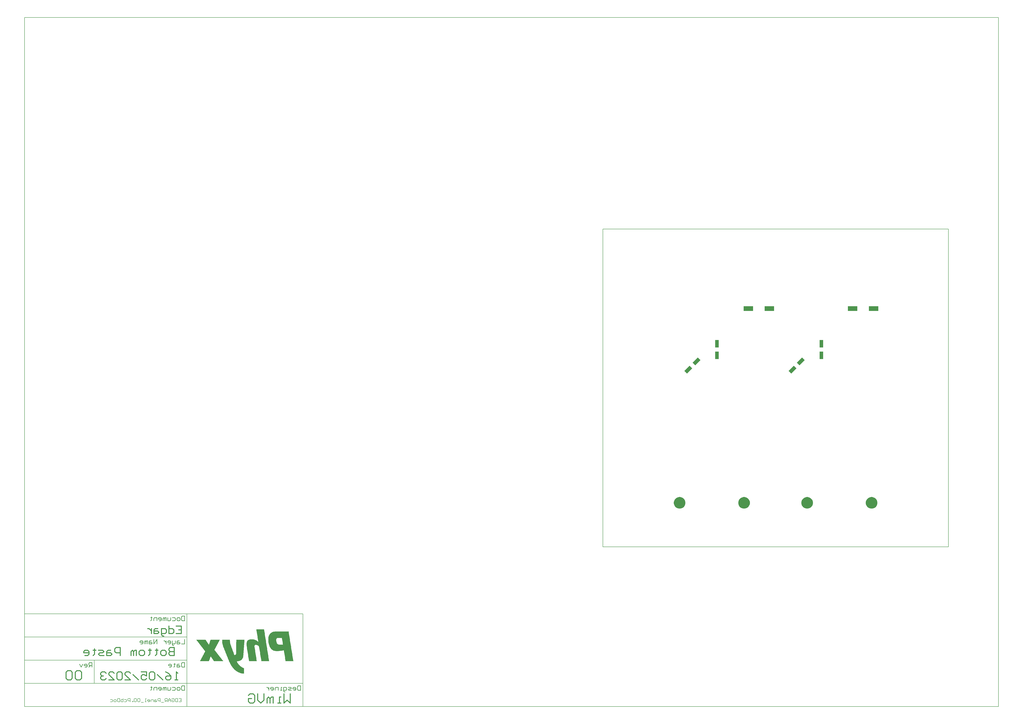
<source format=gbp>
G04*
G04 #@! TF.GenerationSoftware,Altium Limited,Altium Designer,23.5.0 (17)*
G04*
G04 Layer_Color=128*
%FSLAX25Y25*%
%MOIN*%
G70*
G04*
G04 #@! TF.SameCoordinates,B4EA8652-FAED-489D-AB06-0C51CEF096E7*
G04*
G04*
G04 #@! TF.FilePolarity,Positive*
G04*
G01*
G75*
%ADD10C,0.01575*%
%ADD11C,0.00591*%
%ADD13C,0.00984*%
%ADD39C,0.00787*%
%ADD48R,0.16142X0.07874*%
%ADD49R,0.06299X0.12598*%
G04:AMPARAMS|DCode=95|XSize=62.99mil|YSize=125.98mil|CornerRadius=0mil|HoleSize=0mil|Usage=FLASHONLY|Rotation=135.000|XOffset=0mil|YOffset=0mil|HoleType=Round|Shape=Rectangle|*
%AMROTATEDRECTD95*
4,1,4,0.06681,0.02227,-0.02227,-0.06681,-0.06681,-0.02227,0.02227,0.06681,0.06681,0.02227,0.0*
%
%ADD95ROTATEDRECTD95*%

G36*
X1124703Y-67307D02*
X1122912Y-68049D01*
X1121300Y-69126D01*
X1119929Y-70497D01*
X1118852Y-72109D01*
X1118110Y-73901D01*
X1117732Y-75802D01*
Y-76771D01*
Y-77741D01*
X1118110Y-79642D01*
X1118852Y-81434D01*
X1119929Y-83046D01*
X1121300Y-84417D01*
X1122912Y-85494D01*
X1124703Y-86236D01*
X1126605Y-86614D01*
X1128544D01*
X1130445Y-86236D01*
X1132236Y-85494D01*
X1133849Y-84417D01*
X1135219Y-83046D01*
X1136297Y-81434D01*
X1137039Y-79642D01*
X1137417Y-77741D01*
Y-76771D01*
Y-75802D01*
X1137039Y-73901D01*
X1136297Y-72109D01*
X1135219Y-70497D01*
X1133849Y-69126D01*
X1132236Y-68049D01*
X1130445Y-67307D01*
X1128544Y-66929D01*
X1126605D01*
X1124703Y-67307D01*
D02*
G37*
G36*
X1017616Y-67307D02*
X1015825Y-68049D01*
X1014213Y-69126D01*
X1012842Y-70497D01*
X1011765Y-72109D01*
X1011023Y-73901D01*
X1010645Y-75802D01*
Y-76772D01*
Y-77741D01*
X1011023Y-79642D01*
X1011765Y-81434D01*
X1012842Y-83046D01*
X1014213Y-84417D01*
X1015825Y-85494D01*
X1017616Y-86236D01*
X1019518Y-86614D01*
X1021457D01*
X1023358Y-86236D01*
X1025150Y-85494D01*
X1026762Y-84417D01*
X1028133Y-83046D01*
X1029210Y-81434D01*
X1029952Y-79642D01*
X1030330Y-77741D01*
Y-76772D01*
Y-75802D01*
X1029952Y-73901D01*
X1029210Y-72109D01*
X1028133Y-70497D01*
X1026762Y-69126D01*
X1025150Y-68049D01*
X1023358Y-67307D01*
X1021457Y-66929D01*
X1019518D01*
X1017616Y-67307D01*
D02*
G37*
G36*
X908168Y-67307D02*
X906377Y-68049D01*
X904765Y-69126D01*
X903394Y-70497D01*
X902316Y-72109D01*
X901575Y-73901D01*
X901196Y-75802D01*
Y-76772D01*
Y-77741D01*
X901575Y-79643D01*
X902316Y-81434D01*
X903394Y-83046D01*
X904765Y-84417D01*
X906377Y-85494D01*
X908168Y-86236D01*
X910069Y-86614D01*
X912008D01*
X913910Y-86236D01*
X915701Y-85494D01*
X917313Y-84417D01*
X918684Y-83046D01*
X919761Y-81434D01*
X920503Y-79643D01*
X920881Y-77741D01*
Y-76772D01*
Y-75802D01*
X920503Y-73901D01*
X919761Y-72109D01*
X918684Y-70497D01*
X917313Y-69126D01*
X915701Y-68049D01*
X913910Y-67307D01*
X912008Y-66929D01*
X910069D01*
X908168Y-67307D01*
D02*
G37*
G36*
X1234152Y-67307D02*
X1232361Y-68049D01*
X1230749Y-69126D01*
X1229378Y-70497D01*
X1228301Y-72110D01*
X1227559Y-73901D01*
X1227180Y-75802D01*
Y-76772D01*
Y-77741D01*
X1227559Y-79643D01*
X1228301Y-81434D01*
X1229378Y-83046D01*
X1230749Y-84417D01*
X1232361Y-85494D01*
X1234152Y-86236D01*
X1236054Y-86614D01*
X1237992D01*
X1239894Y-86236D01*
X1241685Y-85494D01*
X1243297Y-84417D01*
X1244668Y-83046D01*
X1245745Y-81434D01*
X1246487Y-79643D01*
X1246865Y-77741D01*
Y-76772D01*
Y-75802D01*
X1246487Y-73901D01*
X1245745Y-72110D01*
X1244668Y-70497D01*
X1243297Y-69126D01*
X1241685Y-68049D01*
X1239894Y-67307D01*
X1237992Y-66929D01*
X1236054D01*
X1234152Y-67307D01*
D02*
G37*
G36*
X90348Y-309351D02*
X90634D01*
Y-309637D01*
X90920D01*
Y-309924D01*
Y-310210D01*
X91207D01*
Y-310496D01*
X91493D01*
Y-310783D01*
X91779D01*
Y-311069D01*
Y-311355D01*
X92066D01*
Y-311642D01*
X92352D01*
Y-311928D01*
X92638D01*
Y-312214D01*
X92924D01*
Y-312501D01*
Y-312787D01*
X93211D01*
Y-313073D01*
X93497D01*
Y-313359D01*
X93783D01*
Y-313646D01*
Y-313932D01*
X94070D01*
Y-314218D01*
X94356D01*
Y-314505D01*
X94642D01*
Y-314791D01*
X94929D01*
Y-315077D01*
Y-315364D01*
X95215D01*
Y-315650D01*
X95501D01*
Y-315936D01*
X95788D01*
Y-316223D01*
Y-316509D01*
X96074D01*
Y-316795D01*
X96360D01*
Y-317081D01*
X96646D01*
Y-317368D01*
Y-317654D01*
X96933D01*
Y-317940D01*
X97219D01*
Y-318227D01*
X97505D01*
Y-318513D01*
X97792D01*
Y-318799D01*
Y-319086D01*
X98078D01*
Y-319372D01*
X98364D01*
Y-319658D01*
X98651D01*
Y-319945D01*
Y-320231D01*
X98937D01*
Y-320517D01*
X99223D01*
Y-320803D01*
X99510D01*
Y-321090D01*
Y-321376D01*
X99796D01*
Y-321662D01*
X100082D01*
Y-321949D01*
X100369D01*
Y-322235D01*
X100655D01*
Y-322521D01*
Y-322808D01*
X100941D01*
Y-323094D01*
X101227D01*
Y-323380D01*
X101514D01*
Y-323667D01*
Y-323953D01*
X101800D01*
Y-324239D01*
X102086D01*
Y-324526D01*
X102373D01*
Y-324812D01*
Y-325098D01*
X102659D01*
Y-325384D01*
X102945D01*
Y-325671D01*
X103232D01*
Y-325957D01*
X103518D01*
Y-326243D01*
Y-326530D01*
X103804D01*
Y-326816D01*
X104091D01*
Y-327102D01*
X104377D01*
Y-327389D01*
Y-327675D01*
X104663D01*
Y-327961D01*
X104950D01*
Y-328248D01*
X105236D01*
Y-328534D01*
X105522D01*
Y-328820D01*
Y-329107D01*
X105236D01*
Y-329393D01*
Y-329679D01*
X104950D01*
Y-329965D01*
Y-330252D01*
X104663D01*
Y-330538D01*
X104377D01*
Y-330824D01*
Y-331111D01*
X104091D01*
Y-331397D01*
Y-331683D01*
X103804D01*
Y-331970D01*
Y-332256D01*
X103518D01*
Y-332542D01*
Y-332829D01*
X103232D01*
Y-333115D01*
Y-333401D01*
X102945D01*
Y-333688D01*
Y-333974D01*
X102659D01*
Y-334260D01*
Y-334547D01*
X102373D01*
Y-334833D01*
Y-335119D01*
X102086D01*
Y-335405D01*
X101800D01*
Y-335692D01*
Y-335978D01*
X101514D01*
Y-336264D01*
Y-336551D01*
X101227D01*
Y-336837D01*
Y-337123D01*
X100941D01*
Y-337410D01*
Y-337696D01*
X100655D01*
Y-337982D01*
Y-338269D01*
X100369D01*
Y-338555D01*
Y-338841D01*
X100082D01*
Y-339128D01*
Y-339414D01*
X99796D01*
Y-339700D01*
X99510D01*
Y-339986D01*
Y-340273D01*
X99223D01*
Y-340559D01*
Y-340845D01*
X98937D01*
Y-341132D01*
Y-341418D01*
X98651D01*
Y-341704D01*
Y-341991D01*
X98364D01*
Y-342277D01*
Y-342563D01*
X98078D01*
Y-342850D01*
Y-343136D01*
X97792D01*
Y-343422D01*
Y-343709D01*
X97505D01*
Y-343995D01*
X97219D01*
Y-344281D01*
Y-344567D01*
X96933D01*
Y-344854D01*
Y-345140D01*
X96646D01*
Y-345427D01*
X111821D01*
Y-345140D01*
X112107D01*
Y-344854D01*
Y-344567D01*
Y-344281D01*
X112394D01*
Y-343995D01*
Y-343709D01*
Y-343422D01*
X112680D01*
Y-343136D01*
Y-342850D01*
X112966D01*
Y-342563D01*
Y-342277D01*
Y-341991D01*
X113253D01*
Y-341704D01*
Y-341418D01*
Y-341132D01*
X113539D01*
Y-340845D01*
Y-340559D01*
X113825D01*
Y-340273D01*
Y-339986D01*
Y-339700D01*
X114112D01*
Y-339414D01*
Y-339128D01*
Y-338841D01*
X114398D01*
Y-338555D01*
Y-338269D01*
Y-337982D01*
X114684D01*
Y-337696D01*
X115257D01*
Y-337982D01*
Y-338269D01*
X115543D01*
Y-338555D01*
X115829D01*
Y-338841D01*
Y-339128D01*
X116116D01*
Y-339414D01*
X116402D01*
Y-339700D01*
Y-339986D01*
X116688D01*
Y-340273D01*
X116975D01*
Y-340559D01*
Y-340845D01*
X117261D01*
Y-341132D01*
X117547D01*
Y-341418D01*
X117834D01*
Y-341704D01*
Y-341991D01*
X118120D01*
Y-342277D01*
X118406D01*
Y-342563D01*
Y-342850D01*
X118693D01*
Y-343136D01*
X118979D01*
Y-343422D01*
Y-343709D01*
X119265D01*
Y-343995D01*
X119552D01*
Y-344281D01*
Y-344567D01*
X119838D01*
Y-344854D01*
X120124D01*
Y-345140D01*
Y-345427D01*
X136158D01*
Y-345140D01*
X135871D01*
Y-344854D01*
X135585D01*
Y-344567D01*
X135299D01*
Y-344281D01*
X135012D01*
Y-343995D01*
Y-343709D01*
X134726D01*
Y-343422D01*
X134440D01*
Y-343136D01*
X134153D01*
Y-342850D01*
X133867D01*
Y-342563D01*
Y-342277D01*
X133581D01*
Y-341991D01*
X133294D01*
Y-341704D01*
X133008D01*
Y-341418D01*
Y-341132D01*
X132722D01*
Y-340845D01*
X132436D01*
Y-340559D01*
X132149D01*
Y-340273D01*
X131863D01*
Y-339986D01*
Y-339700D01*
X131577D01*
Y-339414D01*
X131290D01*
Y-339128D01*
X131004D01*
Y-338841D01*
X130718D01*
Y-338555D01*
Y-338269D01*
X130431D01*
Y-337982D01*
X130145D01*
Y-337696D01*
X129859D01*
Y-337410D01*
Y-337123D01*
X129572D01*
Y-336837D01*
X129286D01*
Y-336551D01*
X129000D01*
Y-336264D01*
X128714D01*
Y-335978D01*
Y-335692D01*
X128427D01*
Y-335405D01*
X128141D01*
Y-335119D01*
X127855D01*
Y-334833D01*
Y-334547D01*
X127568D01*
Y-334260D01*
X127282D01*
Y-333974D01*
X126996D01*
Y-333688D01*
X126709D01*
Y-333401D01*
Y-333115D01*
X126423D01*
Y-332829D01*
X126137D01*
Y-332542D01*
X125850D01*
Y-332256D01*
Y-331970D01*
X125564D01*
Y-331683D01*
X125278D01*
Y-331397D01*
X124992D01*
Y-331111D01*
X124705D01*
Y-330824D01*
Y-330538D01*
X124419D01*
Y-330252D01*
X124133D01*
Y-329965D01*
X123846D01*
Y-329679D01*
X123560D01*
Y-329393D01*
Y-329107D01*
X123274D01*
Y-328820D01*
X122987D01*
Y-328534D01*
X122701D01*
Y-328248D01*
Y-327961D01*
X122415D01*
Y-327675D01*
X122128D01*
Y-327389D01*
X121842D01*
Y-327102D01*
X121556D01*
Y-326816D01*
Y-326530D01*
X121269D01*
Y-326243D01*
Y-325957D01*
Y-325671D01*
X121556D01*
Y-325384D01*
X121842D01*
Y-325098D01*
Y-324812D01*
X122128D01*
Y-324526D01*
Y-324239D01*
X122415D01*
Y-323953D01*
Y-323667D01*
X122701D01*
Y-323380D01*
Y-323094D01*
X122987D01*
Y-322808D01*
Y-322521D01*
X123274D01*
Y-322235D01*
Y-321949D01*
X123560D01*
Y-321662D01*
X123846D01*
Y-321376D01*
Y-321090D01*
X124133D01*
Y-320803D01*
Y-320517D01*
X124419D01*
Y-320231D01*
Y-319945D01*
X124705D01*
Y-319658D01*
Y-319372D01*
X124992D01*
Y-319086D01*
Y-318799D01*
X125278D01*
Y-318513D01*
Y-318227D01*
X125564D01*
Y-317940D01*
X125850D01*
Y-317654D01*
Y-317368D01*
X126137D01*
Y-317081D01*
Y-316795D01*
X126423D01*
Y-316509D01*
Y-316223D01*
X126709D01*
Y-315936D01*
Y-315650D01*
X126996D01*
Y-315364D01*
Y-315077D01*
X127282D01*
Y-314791D01*
Y-314505D01*
X127568D01*
Y-314218D01*
Y-313932D01*
X127855D01*
Y-313646D01*
X128141D01*
Y-313359D01*
Y-313073D01*
X128427D01*
Y-312787D01*
Y-312501D01*
X128714D01*
Y-312214D01*
Y-311928D01*
X129000D01*
Y-311642D01*
Y-311355D01*
X129286D01*
Y-311069D01*
Y-310783D01*
X129572D01*
Y-310496D01*
Y-310210D01*
X129859D01*
Y-309924D01*
X130145D01*
Y-309637D01*
Y-309351D01*
X130431D01*
Y-309065D01*
X114684D01*
Y-309351D01*
X114398D01*
Y-309637D01*
Y-309924D01*
Y-310210D01*
X114112D01*
Y-310496D01*
Y-310783D01*
Y-311069D01*
X113825D01*
Y-311355D01*
Y-311642D01*
Y-311928D01*
X113539D01*
Y-312214D01*
Y-312501D01*
Y-312787D01*
X113253D01*
Y-313073D01*
Y-313359D01*
Y-313646D01*
X112966D01*
Y-313932D01*
Y-314218D01*
Y-314505D01*
X112680D01*
Y-314791D01*
Y-315077D01*
Y-315364D01*
X112394D01*
Y-315650D01*
Y-315936D01*
Y-316223D01*
X112107D01*
Y-316509D01*
Y-316795D01*
Y-317081D01*
Y-317368D01*
X111535D01*
Y-317081D01*
X111248D01*
Y-316795D01*
X110962D01*
Y-316509D01*
Y-316223D01*
X110676D01*
Y-315936D01*
X110389D01*
Y-315650D01*
Y-315364D01*
X110103D01*
Y-315077D01*
X109817D01*
Y-314791D01*
Y-314505D01*
X109531D01*
Y-314218D01*
X109244D01*
Y-313932D01*
Y-313646D01*
X108958D01*
Y-313359D01*
X108672D01*
Y-313073D01*
Y-312787D01*
X108385D01*
Y-312501D01*
X108099D01*
Y-312214D01*
Y-311928D01*
X107813D01*
Y-311642D01*
X107526D01*
Y-311355D01*
Y-311069D01*
X107240D01*
Y-310783D01*
X106954D01*
Y-310496D01*
Y-310210D01*
X106667D01*
Y-309924D01*
X106381D01*
Y-309637D01*
Y-309351D01*
X106095D01*
Y-309065D01*
X90348D01*
Y-309351D01*
D02*
G37*
G36*
X223483Y-295322D02*
X221765D01*
Y-295608D01*
X220906D01*
Y-295894D01*
X220047D01*
Y-296181D01*
X219188D01*
Y-296467D01*
X218616D01*
Y-296753D01*
X218329D01*
Y-297040D01*
X217757D01*
Y-297326D01*
X217471D01*
Y-297612D01*
X216898D01*
Y-297899D01*
X216612D01*
Y-298185D01*
X216325D01*
Y-298471D01*
X216039D01*
Y-298758D01*
X215753D01*
Y-299044D01*
X215466D01*
Y-299330D01*
X215180D01*
Y-299616D01*
Y-299903D01*
X214894D01*
Y-300189D01*
X214607D01*
Y-300475D01*
Y-300762D01*
X214321D01*
Y-301048D01*
X214035D01*
Y-301334D01*
Y-301621D01*
X213748D01*
Y-301907D01*
Y-302193D01*
Y-302480D01*
X213462D01*
Y-302766D01*
Y-303052D01*
Y-303339D01*
X213176D01*
Y-303625D01*
Y-303911D01*
Y-304197D01*
Y-304484D01*
X212890D01*
Y-304770D01*
Y-305056D01*
Y-305343D01*
Y-305629D01*
Y-305915D01*
X212603D01*
Y-306202D01*
Y-306488D01*
Y-306774D01*
Y-307061D01*
Y-307347D01*
Y-307633D01*
Y-307920D01*
Y-308206D01*
Y-308492D01*
Y-308778D01*
Y-309065D01*
Y-309351D01*
Y-309637D01*
Y-309924D01*
Y-310210D01*
Y-310496D01*
Y-310783D01*
Y-311069D01*
Y-311355D01*
Y-311642D01*
X212890D01*
Y-311928D01*
Y-312214D01*
Y-312501D01*
Y-312787D01*
Y-313073D01*
Y-313359D01*
Y-313646D01*
X213176D01*
Y-313932D01*
Y-314218D01*
Y-314505D01*
Y-314791D01*
Y-315077D01*
X213462D01*
Y-315364D01*
Y-315650D01*
Y-315936D01*
Y-316223D01*
Y-316509D01*
X213748D01*
Y-316795D01*
Y-317081D01*
Y-317368D01*
X214035D01*
Y-317654D01*
Y-317940D01*
Y-318227D01*
Y-318513D01*
X214321D01*
Y-318799D01*
Y-319086D01*
Y-319372D01*
X214607D01*
Y-319658D01*
Y-319945D01*
X214894D01*
Y-320231D01*
Y-320517D01*
Y-320803D01*
X215180D01*
Y-321090D01*
Y-321376D01*
X215466D01*
Y-321662D01*
Y-321949D01*
X215753D01*
Y-322235D01*
Y-322521D01*
X216039D01*
Y-322808D01*
X216325D01*
Y-323094D01*
Y-323380D01*
X216612D01*
Y-323667D01*
X216898D01*
Y-323953D01*
X217184D01*
Y-324239D01*
Y-324526D01*
X217471D01*
Y-324812D01*
X217757D01*
Y-325098D01*
X218043D01*
Y-325384D01*
X218329D01*
Y-325671D01*
X218616D01*
Y-325957D01*
X219188D01*
Y-326243D01*
X219475D01*
Y-326530D01*
X220047D01*
Y-326816D01*
X220334D01*
Y-327102D01*
X220906D01*
Y-327389D01*
X221765D01*
Y-327675D01*
X222624D01*
Y-327961D01*
X223483D01*
Y-328248D01*
X225201D01*
Y-328534D01*
X230355D01*
Y-328248D01*
X232931D01*
Y-327961D01*
X234936D01*
Y-327675D01*
X236367D01*
Y-327389D01*
X237799D01*
Y-327102D01*
X239230D01*
Y-327389D01*
Y-327675D01*
Y-327961D01*
Y-328248D01*
Y-328534D01*
Y-328820D01*
Y-329107D01*
X239517D01*
Y-329393D01*
Y-329679D01*
Y-329965D01*
Y-330252D01*
Y-330538D01*
Y-330824D01*
X239803D01*
Y-331111D01*
Y-331397D01*
Y-331683D01*
Y-331970D01*
Y-332256D01*
Y-332542D01*
X240089D01*
Y-332829D01*
Y-333115D01*
Y-333401D01*
Y-333688D01*
Y-333974D01*
Y-334260D01*
Y-334547D01*
X240375D01*
Y-334833D01*
Y-335119D01*
Y-335405D01*
Y-335692D01*
Y-335978D01*
Y-336264D01*
X240662D01*
Y-336551D01*
Y-336837D01*
Y-337123D01*
Y-337410D01*
Y-337696D01*
Y-337982D01*
X240948D01*
Y-338269D01*
Y-338555D01*
Y-338841D01*
Y-339128D01*
Y-339414D01*
Y-339700D01*
Y-339986D01*
X241234D01*
Y-340273D01*
Y-340559D01*
Y-340845D01*
Y-341132D01*
Y-341418D01*
Y-341704D01*
X241521D01*
Y-341991D01*
Y-342277D01*
Y-342563D01*
Y-342850D01*
Y-343136D01*
Y-343422D01*
X241807D01*
Y-343709D01*
Y-343995D01*
Y-344281D01*
Y-344567D01*
Y-344854D01*
Y-345140D01*
Y-345427D01*
X255264D01*
Y-345140D01*
X254977D01*
Y-344854D01*
Y-344567D01*
Y-344281D01*
Y-343995D01*
Y-343709D01*
X254691D01*
Y-343422D01*
Y-343136D01*
Y-342850D01*
Y-342563D01*
Y-342277D01*
Y-341991D01*
Y-341704D01*
X254405D01*
Y-341418D01*
Y-341132D01*
Y-340845D01*
Y-340559D01*
Y-340273D01*
Y-339986D01*
X254119D01*
Y-339700D01*
Y-339414D01*
Y-339128D01*
Y-338841D01*
Y-338555D01*
Y-338269D01*
X253832D01*
Y-337982D01*
Y-337696D01*
Y-337410D01*
Y-337123D01*
Y-336837D01*
Y-336551D01*
Y-336264D01*
X253546D01*
Y-335978D01*
Y-335692D01*
Y-335405D01*
Y-335119D01*
Y-334833D01*
Y-334547D01*
X253260D01*
Y-334260D01*
Y-333974D01*
Y-333688D01*
Y-333401D01*
Y-333115D01*
Y-332829D01*
X252973D01*
Y-332542D01*
Y-332256D01*
Y-331970D01*
Y-331683D01*
Y-331397D01*
Y-331111D01*
X252687D01*
Y-330824D01*
Y-330538D01*
Y-330252D01*
Y-329965D01*
Y-329679D01*
Y-329393D01*
Y-329107D01*
X252401D01*
Y-328820D01*
Y-328534D01*
Y-328248D01*
Y-327961D01*
Y-327675D01*
Y-327389D01*
X252114D01*
Y-327102D01*
Y-326816D01*
Y-326530D01*
Y-326243D01*
Y-325957D01*
Y-325671D01*
X251828D01*
Y-325384D01*
Y-325098D01*
Y-324812D01*
Y-324526D01*
Y-324239D01*
Y-323953D01*
X251542D01*
Y-323667D01*
Y-323380D01*
Y-323094D01*
Y-322808D01*
Y-322521D01*
Y-322235D01*
Y-321949D01*
X251255D01*
Y-321662D01*
Y-321376D01*
Y-321090D01*
Y-320803D01*
Y-320517D01*
Y-320231D01*
X250969D01*
Y-319945D01*
Y-319658D01*
Y-319372D01*
Y-319086D01*
Y-318799D01*
Y-318513D01*
X250683D01*
Y-318227D01*
Y-317940D01*
Y-317654D01*
Y-317368D01*
Y-317081D01*
Y-316795D01*
Y-316509D01*
X250396D01*
Y-316223D01*
Y-315936D01*
Y-315650D01*
Y-315364D01*
Y-315077D01*
Y-314791D01*
X250110D01*
Y-314505D01*
Y-314218D01*
Y-313932D01*
Y-313646D01*
Y-313359D01*
Y-313073D01*
X249824D01*
Y-312787D01*
Y-312501D01*
Y-312214D01*
Y-311928D01*
Y-311642D01*
Y-311355D01*
X249537D01*
Y-311069D01*
Y-310783D01*
Y-310496D01*
Y-310210D01*
Y-309924D01*
Y-309637D01*
Y-309351D01*
X249251D01*
Y-309065D01*
Y-308778D01*
Y-308492D01*
Y-308206D01*
Y-307920D01*
Y-307633D01*
X248965D01*
Y-307347D01*
Y-307061D01*
Y-306774D01*
Y-306488D01*
Y-306202D01*
Y-305915D01*
X248679D01*
Y-305629D01*
Y-305343D01*
Y-305056D01*
Y-304770D01*
Y-304484D01*
Y-304197D01*
Y-303911D01*
X248392D01*
Y-303625D01*
Y-303339D01*
Y-303052D01*
Y-302766D01*
Y-302480D01*
Y-302193D01*
X248106D01*
Y-301907D01*
Y-301621D01*
Y-301334D01*
Y-301048D01*
Y-300762D01*
Y-300475D01*
X247820D01*
Y-300189D01*
Y-299903D01*
Y-299616D01*
Y-299330D01*
Y-299044D01*
Y-298758D01*
Y-298471D01*
X247533D01*
Y-298185D01*
Y-297899D01*
Y-297612D01*
Y-297326D01*
Y-297040D01*
Y-296753D01*
X247247D01*
Y-296467D01*
Y-296181D01*
Y-295894D01*
Y-295608D01*
Y-295322D01*
Y-295035D01*
X223483D01*
Y-295322D01*
D02*
G37*
G36*
X134440Y-309351D02*
Y-309637D01*
Y-309924D01*
Y-310210D01*
Y-310496D01*
Y-310783D01*
Y-311069D01*
Y-311355D01*
Y-311642D01*
Y-311928D01*
Y-312214D01*
Y-312501D01*
Y-312787D01*
Y-313073D01*
Y-313359D01*
Y-313646D01*
Y-313932D01*
Y-314218D01*
Y-314505D01*
Y-314791D01*
Y-315077D01*
X134726D01*
Y-315364D01*
Y-315650D01*
Y-315936D01*
Y-316223D01*
Y-316509D01*
X135012D01*
Y-316795D01*
Y-317081D01*
Y-317368D01*
Y-317654D01*
X135299D01*
Y-317940D01*
Y-318227D01*
Y-318513D01*
Y-318799D01*
X135585D01*
Y-319086D01*
Y-319372D01*
Y-319658D01*
X135871D01*
Y-319945D01*
Y-320231D01*
Y-320517D01*
X136158D01*
Y-320803D01*
Y-321090D01*
Y-321376D01*
X136444D01*
Y-321662D01*
Y-321949D01*
Y-322235D01*
X136730D01*
Y-322521D01*
Y-322808D01*
X137017D01*
Y-323094D01*
Y-323380D01*
X137303D01*
Y-323667D01*
Y-323953D01*
Y-324239D01*
X137589D01*
Y-324526D01*
Y-324812D01*
X137875D01*
Y-325098D01*
Y-325384D01*
Y-325671D01*
X138162D01*
Y-325957D01*
Y-326243D01*
X138448D01*
Y-326530D01*
Y-326816D01*
Y-327102D01*
X138734D01*
Y-327389D01*
Y-327675D01*
X139021D01*
Y-327961D01*
Y-328248D01*
Y-328534D01*
X139307D01*
Y-328820D01*
Y-329107D01*
X139593D01*
Y-329393D01*
Y-329679D01*
Y-329965D01*
X139880D01*
Y-330252D01*
Y-330538D01*
X140166D01*
Y-330824D01*
Y-331111D01*
Y-331397D01*
X140452D01*
Y-331683D01*
Y-331970D01*
X140739D01*
Y-332256D01*
Y-332542D01*
Y-332829D01*
X141025D01*
Y-333115D01*
Y-333401D01*
X141311D01*
Y-333688D01*
Y-333974D01*
Y-334260D01*
X141598D01*
Y-334547D01*
Y-334833D01*
X141884D01*
Y-335119D01*
Y-335405D01*
Y-335692D01*
X142170D01*
Y-335978D01*
Y-336264D01*
X142456D01*
Y-336551D01*
Y-336837D01*
Y-337123D01*
X142743D01*
Y-337410D01*
Y-337696D01*
X143029D01*
Y-337982D01*
Y-338269D01*
Y-338555D01*
X143315D01*
Y-338841D01*
Y-339128D01*
X143602D01*
Y-339414D01*
Y-339700D01*
Y-339986D01*
X143888D01*
Y-340273D01*
Y-340559D01*
X144174D01*
Y-340845D01*
Y-341132D01*
Y-341418D01*
X144461D01*
Y-341704D01*
Y-341991D01*
X144747D01*
Y-342277D01*
Y-342563D01*
Y-342850D01*
X145033D01*
Y-343136D01*
Y-343422D01*
X145320D01*
Y-343709D01*
Y-343995D01*
Y-344281D01*
X145606D01*
Y-344567D01*
Y-344854D01*
X145892D01*
Y-345140D01*
Y-345427D01*
Y-345713D01*
X146179D01*
Y-345999D01*
Y-346285D01*
X146465D01*
Y-346572D01*
Y-346858D01*
X146751D01*
Y-347144D01*
Y-347431D01*
X147038D01*
Y-347717D01*
Y-348003D01*
Y-348290D01*
X147324D01*
Y-348576D01*
X147610D01*
Y-348862D01*
Y-349149D01*
Y-349435D01*
X147897D01*
Y-349721D01*
X148183D01*
Y-350008D01*
Y-350294D01*
X148469D01*
Y-350580D01*
Y-350866D01*
X148755D01*
Y-351153D01*
Y-351439D01*
X149042D01*
Y-351725D01*
Y-352012D01*
X149328D01*
Y-352298D01*
X149614D01*
Y-352584D01*
Y-352871D01*
X149901D01*
Y-353157D01*
Y-353443D01*
X150187D01*
Y-353730D01*
X150473D01*
Y-354016D01*
X150760D01*
Y-354302D01*
Y-354589D01*
X151046D01*
Y-354875D01*
X151332D01*
Y-355161D01*
Y-355447D01*
X151619D01*
Y-355734D01*
X151905D01*
Y-356020D01*
X152191D01*
Y-356306D01*
Y-356593D01*
X152478D01*
Y-356879D01*
X152764D01*
Y-357165D01*
X153050D01*
Y-357452D01*
X153336D01*
Y-357738D01*
X153623D01*
Y-358024D01*
Y-358311D01*
X153909D01*
Y-358597D01*
X154195D01*
Y-358883D01*
X154482D01*
Y-359170D01*
X154768D01*
Y-359456D01*
X155054D01*
Y-359742D01*
X155341D01*
Y-360028D01*
X155627D01*
Y-360315D01*
X156200D01*
Y-360601D01*
X156486D01*
Y-360887D01*
X156772D01*
Y-361174D01*
X157059D01*
Y-361460D01*
X157345D01*
Y-361746D01*
X157917D01*
Y-362033D01*
X158204D01*
Y-362319D01*
X158776D01*
Y-362605D01*
X159063D01*
Y-362892D01*
X159635D01*
Y-363178D01*
X159922D01*
Y-363464D01*
X160494D01*
Y-363751D01*
X161067D01*
Y-364037D01*
X161639D01*
Y-364323D01*
X162212D01*
Y-364609D01*
X162785D01*
Y-364896D01*
X163644D01*
Y-365182D01*
X164216D01*
Y-365468D01*
X165075D01*
Y-365755D01*
X166220D01*
Y-366041D01*
X167366D01*
Y-366327D01*
X169084D01*
Y-366614D01*
X171088D01*
Y-366900D01*
X171374D01*
Y-366614D01*
Y-366327D01*
Y-366041D01*
Y-365755D01*
Y-365468D01*
Y-365182D01*
Y-364896D01*
Y-364609D01*
Y-364323D01*
Y-364037D01*
Y-363751D01*
Y-363464D01*
Y-363178D01*
Y-362892D01*
Y-362605D01*
Y-362319D01*
Y-362033D01*
Y-361746D01*
Y-361460D01*
Y-361174D01*
Y-360887D01*
Y-360601D01*
Y-360315D01*
Y-360028D01*
Y-359742D01*
Y-359456D01*
Y-359170D01*
Y-358883D01*
Y-358597D01*
Y-358311D01*
Y-358024D01*
Y-357738D01*
Y-357452D01*
X170801D01*
Y-357165D01*
X170229D01*
Y-356879D01*
X169656D01*
Y-356593D01*
X169084D01*
Y-356306D01*
X168511D01*
Y-356020D01*
X167938D01*
Y-355734D01*
X167652D01*
Y-355447D01*
X167079D01*
Y-355161D01*
X166793D01*
Y-354875D01*
X166220D01*
Y-354589D01*
X165934D01*
Y-354302D01*
X165648D01*
Y-354016D01*
X165075D01*
Y-353730D01*
X164789D01*
Y-353443D01*
X164503D01*
Y-353157D01*
X164216D01*
Y-352871D01*
X163930D01*
Y-352584D01*
X163644D01*
Y-352298D01*
X163357D01*
Y-352012D01*
X163071D01*
Y-351725D01*
X162785D01*
Y-351439D01*
X162498D01*
Y-351153D01*
X162212D01*
Y-350866D01*
X161926D01*
Y-350580D01*
Y-350294D01*
X161639D01*
Y-350008D01*
X161353D01*
Y-349721D01*
X161067D01*
Y-349435D01*
Y-349149D01*
X160781D01*
Y-348862D01*
X160494D01*
Y-348576D01*
Y-348290D01*
X160208D01*
Y-348003D01*
Y-347717D01*
X159922D01*
Y-347431D01*
X159635D01*
Y-347144D01*
Y-346858D01*
X159349D01*
Y-346572D01*
Y-346285D01*
X159063D01*
Y-345999D01*
Y-345713D01*
X160781D01*
Y-345427D01*
X162785D01*
Y-345140D01*
X163930D01*
Y-344854D01*
X164503D01*
Y-344567D01*
X165362D01*
Y-344281D01*
X165934D01*
Y-343995D01*
X166220D01*
Y-343709D01*
X166793D01*
Y-343422D01*
X167079D01*
Y-343136D01*
X167366D01*
Y-342850D01*
X167652D01*
Y-342563D01*
X167938D01*
Y-342277D01*
X168225D01*
Y-341991D01*
Y-341704D01*
X168511D01*
Y-341418D01*
X168797D01*
Y-341132D01*
Y-340845D01*
X169084D01*
Y-340559D01*
Y-340273D01*
X169370D01*
Y-339986D01*
Y-339700D01*
X169656D01*
Y-339414D01*
Y-339128D01*
Y-338841D01*
X169943D01*
Y-338555D01*
Y-338269D01*
Y-337982D01*
Y-337696D01*
X170229D01*
Y-337410D01*
Y-337123D01*
Y-336837D01*
Y-336551D01*
Y-336264D01*
Y-335978D01*
Y-335692D01*
X170515D01*
Y-335405D01*
Y-335119D01*
Y-334833D01*
Y-334547D01*
Y-334260D01*
Y-333974D01*
Y-333688D01*
Y-333401D01*
Y-333115D01*
Y-332829D01*
Y-332542D01*
Y-332256D01*
Y-331970D01*
Y-331683D01*
Y-331397D01*
X170801D01*
Y-331111D01*
Y-330824D01*
Y-330538D01*
Y-330252D01*
Y-329965D01*
Y-329679D01*
Y-329393D01*
Y-329107D01*
Y-328820D01*
Y-328534D01*
Y-328248D01*
Y-327961D01*
Y-327675D01*
Y-327389D01*
Y-327102D01*
X171088D01*
Y-326816D01*
Y-326530D01*
Y-326243D01*
Y-325957D01*
Y-325671D01*
Y-325384D01*
Y-325098D01*
Y-324812D01*
Y-324526D01*
Y-324239D01*
Y-323953D01*
Y-323667D01*
Y-323380D01*
Y-323094D01*
Y-322808D01*
Y-322521D01*
X171374D01*
Y-322235D01*
Y-321949D01*
Y-321662D01*
Y-321376D01*
Y-321090D01*
Y-320803D01*
Y-320517D01*
Y-320231D01*
Y-319945D01*
Y-319658D01*
Y-319372D01*
Y-319086D01*
Y-318799D01*
Y-318513D01*
Y-318227D01*
Y-317940D01*
X171660D01*
Y-317654D01*
Y-317368D01*
Y-317081D01*
Y-316795D01*
Y-316509D01*
Y-316223D01*
Y-315936D01*
Y-315650D01*
Y-315364D01*
Y-315077D01*
Y-314791D01*
Y-314505D01*
Y-314218D01*
Y-313932D01*
X171947D01*
Y-313646D01*
Y-313359D01*
Y-313073D01*
Y-312787D01*
Y-312501D01*
Y-312214D01*
Y-311928D01*
Y-311642D01*
Y-311355D01*
Y-311069D01*
Y-310783D01*
Y-310496D01*
Y-310210D01*
Y-309924D01*
Y-309637D01*
Y-309351D01*
X172233D01*
Y-309065D01*
X158490D01*
Y-309351D01*
Y-309637D01*
Y-309924D01*
Y-310210D01*
Y-310496D01*
Y-310783D01*
Y-311069D01*
Y-311355D01*
Y-311642D01*
Y-311928D01*
Y-312214D01*
Y-312501D01*
Y-312787D01*
Y-313073D01*
X158204D01*
Y-313359D01*
Y-313646D01*
Y-313932D01*
Y-314218D01*
Y-314505D01*
Y-314791D01*
Y-315077D01*
Y-315364D01*
Y-315650D01*
Y-315936D01*
Y-316223D01*
Y-316509D01*
Y-316795D01*
Y-317081D01*
Y-317368D01*
Y-317654D01*
Y-317940D01*
Y-318227D01*
Y-318513D01*
Y-318799D01*
Y-319086D01*
Y-319372D01*
Y-319658D01*
Y-319945D01*
Y-320231D01*
Y-320517D01*
Y-320803D01*
Y-321090D01*
Y-321376D01*
Y-321662D01*
Y-321949D01*
Y-322235D01*
Y-322521D01*
Y-322808D01*
Y-323094D01*
Y-323380D01*
Y-323667D01*
Y-323953D01*
Y-324239D01*
Y-324526D01*
Y-324812D01*
X157917D01*
Y-325098D01*
X158204D01*
Y-325384D01*
Y-325671D01*
X157917D01*
Y-325957D01*
Y-326243D01*
Y-326530D01*
Y-326816D01*
Y-327102D01*
Y-327389D01*
Y-327675D01*
Y-327961D01*
Y-328248D01*
Y-328534D01*
Y-328820D01*
Y-329107D01*
Y-329393D01*
Y-329679D01*
Y-329965D01*
Y-330252D01*
Y-330538D01*
Y-330824D01*
Y-331111D01*
Y-331397D01*
Y-331683D01*
Y-331970D01*
Y-332256D01*
Y-332542D01*
Y-332829D01*
Y-333115D01*
X157631D01*
Y-333401D01*
Y-333688D01*
Y-333974D01*
X157345D01*
Y-334260D01*
X157059D01*
Y-334547D01*
X156772D01*
Y-334833D01*
X155913D01*
Y-335119D01*
X155054D01*
Y-334833D01*
X154768D01*
Y-334547D01*
Y-334260D01*
Y-333974D01*
X154482D01*
Y-333688D01*
Y-333401D01*
X154195D01*
Y-333115D01*
Y-332829D01*
Y-332542D01*
X153909D01*
Y-332256D01*
Y-331970D01*
Y-331683D01*
X153623D01*
Y-331397D01*
Y-331111D01*
Y-330824D01*
X153336D01*
Y-330538D01*
Y-330252D01*
Y-329965D01*
X153050D01*
Y-329679D01*
Y-329393D01*
X152764D01*
Y-329107D01*
Y-328820D01*
Y-328534D01*
X152478D01*
Y-328248D01*
Y-327961D01*
Y-327675D01*
X152191D01*
Y-327389D01*
Y-327102D01*
Y-326816D01*
X151905D01*
Y-326530D01*
Y-326243D01*
X151619D01*
Y-325957D01*
Y-325671D01*
Y-325384D01*
X151332D01*
Y-325098D01*
Y-324812D01*
Y-324526D01*
X151046D01*
Y-324239D01*
Y-323953D01*
Y-323667D01*
X150760D01*
Y-323380D01*
Y-323094D01*
X150473D01*
Y-322808D01*
Y-322521D01*
Y-322235D01*
X150187D01*
Y-321949D01*
Y-321662D01*
Y-321376D01*
X149901D01*
Y-321090D01*
Y-320803D01*
Y-320517D01*
X149614D01*
Y-320231D01*
Y-319945D01*
X149328D01*
Y-319658D01*
Y-319372D01*
Y-319086D01*
X149042D01*
Y-318799D01*
Y-318513D01*
Y-318227D01*
X148755D01*
Y-317940D01*
Y-317654D01*
Y-317368D01*
X148469D01*
Y-317081D01*
Y-316795D01*
Y-316509D01*
Y-316223D01*
X148183D01*
Y-315936D01*
Y-315650D01*
Y-315364D01*
Y-315077D01*
X147897D01*
Y-314791D01*
Y-314505D01*
Y-314218D01*
Y-313932D01*
Y-313646D01*
X147610D01*
Y-313359D01*
Y-313073D01*
Y-312787D01*
Y-312501D01*
Y-312214D01*
Y-311928D01*
X147324D01*
Y-311642D01*
Y-311355D01*
Y-311069D01*
Y-310783D01*
Y-310496D01*
Y-310210D01*
Y-309924D01*
Y-309637D01*
Y-309351D01*
Y-309065D01*
X134440D01*
Y-309351D01*
D02*
G37*
G36*
X192275Y-291886D02*
Y-292172D01*
X192561D01*
Y-292459D01*
Y-292745D01*
Y-293031D01*
Y-293318D01*
Y-293604D01*
Y-293890D01*
X192848D01*
Y-294177D01*
Y-294463D01*
Y-294749D01*
Y-295035D01*
Y-295322D01*
Y-295608D01*
X193134D01*
Y-295894D01*
Y-296181D01*
Y-296467D01*
Y-296753D01*
Y-297040D01*
Y-297326D01*
Y-297612D01*
X193420D01*
Y-297899D01*
Y-298185D01*
Y-298471D01*
Y-298758D01*
Y-299044D01*
Y-299330D01*
X193707D01*
Y-299616D01*
Y-299903D01*
Y-300189D01*
Y-300475D01*
Y-300762D01*
Y-301048D01*
X193993D01*
Y-301334D01*
Y-301621D01*
Y-301907D01*
Y-302193D01*
Y-302480D01*
Y-302766D01*
Y-303052D01*
X194279D01*
Y-303339D01*
Y-303625D01*
Y-303911D01*
Y-304197D01*
Y-304484D01*
Y-304770D01*
X194565D01*
Y-305056D01*
Y-305343D01*
Y-305629D01*
Y-305915D01*
Y-306202D01*
Y-306488D01*
X194852D01*
Y-306774D01*
Y-307061D01*
Y-307347D01*
Y-307633D01*
Y-307920D01*
Y-308206D01*
X195138D01*
Y-308492D01*
Y-308778D01*
Y-309065D01*
Y-309351D01*
Y-309637D01*
Y-309924D01*
Y-310210D01*
X195424D01*
Y-310496D01*
Y-310783D01*
Y-311069D01*
Y-311355D01*
Y-311642D01*
Y-311928D01*
X195711D01*
Y-312214D01*
Y-312501D01*
X195138D01*
Y-312214D01*
X194852D01*
Y-311928D01*
X194565D01*
Y-311642D01*
X193993D01*
Y-311355D01*
X193707D01*
Y-311069D01*
X193420D01*
Y-310783D01*
X192848D01*
Y-310496D01*
X192275D01*
Y-310210D01*
X191989D01*
Y-309924D01*
X191416D01*
Y-309637D01*
X190557D01*
Y-309351D01*
X189985D01*
Y-309065D01*
X189126D01*
Y-308778D01*
X187694D01*
Y-308492D01*
X181395D01*
Y-308778D01*
X180250D01*
Y-309065D01*
X179391D01*
Y-309351D01*
X178818D01*
Y-309637D01*
X178532D01*
Y-309924D01*
X177959D01*
Y-310210D01*
X177673D01*
Y-310496D01*
X177387D01*
Y-310783D01*
X177100D01*
Y-311069D01*
X176814D01*
Y-311355D01*
Y-311642D01*
X176528D01*
Y-311928D01*
Y-312214D01*
X176242D01*
Y-312501D01*
Y-312787D01*
Y-313073D01*
X175955D01*
Y-313359D01*
Y-313646D01*
Y-313932D01*
Y-314218D01*
X175669D01*
Y-314505D01*
Y-314791D01*
Y-315077D01*
Y-315364D01*
Y-315650D01*
Y-315936D01*
Y-316223D01*
Y-316509D01*
Y-316795D01*
Y-317081D01*
Y-317368D01*
Y-317654D01*
Y-317940D01*
Y-318227D01*
Y-318513D01*
Y-318799D01*
Y-319086D01*
Y-319372D01*
X175955D01*
Y-319658D01*
Y-319945D01*
Y-320231D01*
Y-320517D01*
Y-320803D01*
Y-321090D01*
Y-321376D01*
X176242D01*
Y-321662D01*
Y-321949D01*
Y-322235D01*
Y-322521D01*
Y-322808D01*
Y-323094D01*
Y-323380D01*
X176528D01*
Y-323667D01*
Y-323953D01*
Y-324239D01*
Y-324526D01*
Y-324812D01*
Y-325098D01*
X176814D01*
Y-325384D01*
Y-325671D01*
Y-325957D01*
Y-326243D01*
Y-326530D01*
Y-326816D01*
X177100D01*
Y-327102D01*
Y-327389D01*
Y-327675D01*
Y-327961D01*
Y-328248D01*
Y-328534D01*
X177387D01*
Y-328820D01*
Y-329107D01*
Y-329393D01*
Y-329679D01*
Y-329965D01*
Y-330252D01*
Y-330538D01*
X177673D01*
Y-330824D01*
Y-331111D01*
Y-331397D01*
Y-331683D01*
Y-331970D01*
Y-332256D01*
X177959D01*
Y-332542D01*
Y-332829D01*
Y-333115D01*
Y-333401D01*
Y-333688D01*
Y-333974D01*
X178246D01*
Y-334260D01*
Y-334547D01*
Y-334833D01*
Y-335119D01*
Y-335405D01*
Y-335692D01*
Y-335978D01*
X178532D01*
Y-336264D01*
Y-336551D01*
Y-336837D01*
Y-337123D01*
Y-337410D01*
Y-337696D01*
X178818D01*
Y-337982D01*
Y-338269D01*
Y-338555D01*
Y-338841D01*
Y-339128D01*
Y-339414D01*
X179105D01*
Y-339700D01*
Y-339986D01*
Y-340273D01*
Y-340559D01*
Y-340845D01*
Y-341132D01*
X179391D01*
Y-341418D01*
Y-341704D01*
Y-341991D01*
Y-342277D01*
Y-342563D01*
Y-342850D01*
Y-343136D01*
X179677D01*
Y-343422D01*
Y-343709D01*
Y-343995D01*
Y-344281D01*
Y-344567D01*
Y-344854D01*
X179964D01*
Y-345140D01*
Y-345427D01*
X193134D01*
Y-345140D01*
Y-344854D01*
X192848D01*
Y-344567D01*
Y-344281D01*
Y-343995D01*
Y-343709D01*
Y-343422D01*
Y-343136D01*
X192561D01*
Y-342850D01*
Y-342563D01*
Y-342277D01*
Y-341991D01*
Y-341704D01*
Y-341418D01*
Y-341132D01*
X192275D01*
Y-340845D01*
Y-340559D01*
Y-340273D01*
Y-339986D01*
Y-339700D01*
Y-339414D01*
X191989D01*
Y-339128D01*
Y-338841D01*
Y-338555D01*
Y-338269D01*
Y-337982D01*
Y-337696D01*
X191702D01*
Y-337410D01*
Y-337123D01*
Y-336837D01*
Y-336551D01*
Y-336264D01*
Y-335978D01*
Y-335692D01*
X191416D01*
Y-335405D01*
Y-335119D01*
Y-334833D01*
Y-334547D01*
Y-334260D01*
Y-333974D01*
X191130D01*
Y-333688D01*
Y-333401D01*
Y-333115D01*
Y-332829D01*
Y-332542D01*
Y-332256D01*
Y-331970D01*
X190843D01*
Y-331683D01*
Y-331397D01*
Y-331111D01*
Y-330824D01*
Y-330538D01*
Y-330252D01*
X190557D01*
Y-329965D01*
Y-329679D01*
Y-329393D01*
Y-329107D01*
Y-328820D01*
Y-328534D01*
X190271D01*
Y-328248D01*
Y-327961D01*
Y-327675D01*
Y-327389D01*
Y-327102D01*
Y-326816D01*
X189985D01*
Y-326530D01*
Y-326243D01*
Y-325957D01*
Y-325671D01*
Y-325384D01*
Y-325098D01*
Y-324812D01*
X189698D01*
Y-324526D01*
Y-324239D01*
Y-323953D01*
Y-323667D01*
Y-323380D01*
Y-323094D01*
X189412D01*
Y-322808D01*
Y-322521D01*
Y-322235D01*
Y-321949D01*
Y-321662D01*
Y-321376D01*
Y-321090D01*
X189126D01*
Y-320803D01*
Y-320517D01*
Y-320231D01*
Y-319945D01*
Y-319658D01*
Y-319372D01*
X189412D01*
Y-319086D01*
Y-318799D01*
X189698D01*
Y-318513D01*
X189985D01*
Y-318227D01*
X190557D01*
Y-317940D01*
X192275D01*
Y-318227D01*
X193707D01*
Y-318513D01*
X194565D01*
Y-318799D01*
X195138D01*
Y-319086D01*
X195424D01*
Y-319372D01*
X195997D01*
Y-319658D01*
X196283D01*
Y-319945D01*
X196570D01*
Y-320231D01*
Y-320517D01*
X196856D01*
Y-320803D01*
Y-321090D01*
Y-321376D01*
X197142D01*
Y-321662D01*
Y-321949D01*
Y-322235D01*
Y-322521D01*
Y-322808D01*
Y-323094D01*
X197429D01*
Y-323380D01*
Y-323667D01*
Y-323953D01*
Y-324239D01*
Y-324526D01*
Y-324812D01*
Y-325098D01*
X197715D01*
Y-325384D01*
Y-325671D01*
Y-325957D01*
Y-326243D01*
Y-326530D01*
Y-326816D01*
X198001D01*
Y-327102D01*
Y-327389D01*
Y-327675D01*
Y-327961D01*
Y-328248D01*
Y-328534D01*
X198287D01*
Y-328820D01*
Y-329107D01*
Y-329393D01*
Y-329679D01*
Y-329965D01*
Y-330252D01*
X198574D01*
Y-330538D01*
Y-330824D01*
Y-331111D01*
Y-331397D01*
Y-331683D01*
Y-331970D01*
Y-332256D01*
X198860D01*
Y-332542D01*
Y-332829D01*
Y-333115D01*
Y-333401D01*
Y-333688D01*
Y-333974D01*
X199146D01*
Y-334260D01*
Y-334547D01*
Y-334833D01*
Y-335119D01*
Y-335405D01*
Y-335692D01*
X199433D01*
Y-335978D01*
Y-336264D01*
Y-336551D01*
Y-336837D01*
Y-337123D01*
Y-337410D01*
Y-337696D01*
X199719D01*
Y-337982D01*
Y-338269D01*
Y-338555D01*
Y-338841D01*
Y-339128D01*
Y-339414D01*
X200005D01*
Y-339700D01*
Y-339986D01*
Y-340273D01*
Y-340559D01*
Y-340845D01*
Y-341132D01*
X200292D01*
Y-341418D01*
Y-341704D01*
Y-341991D01*
Y-342277D01*
Y-342563D01*
Y-342850D01*
X200578D01*
Y-343136D01*
Y-343422D01*
Y-343709D01*
Y-343995D01*
Y-344281D01*
Y-344567D01*
Y-344854D01*
X200864D01*
Y-345140D01*
Y-345427D01*
X214035D01*
Y-345140D01*
Y-344854D01*
X213748D01*
Y-344567D01*
Y-344281D01*
Y-343995D01*
Y-343709D01*
Y-343422D01*
Y-343136D01*
Y-342850D01*
X213462D01*
Y-342563D01*
Y-342277D01*
Y-341991D01*
Y-341704D01*
Y-341418D01*
Y-341132D01*
X213176D01*
Y-340845D01*
Y-340559D01*
Y-340273D01*
Y-339986D01*
Y-339700D01*
Y-339414D01*
X212890D01*
Y-339128D01*
Y-338841D01*
Y-338555D01*
Y-338269D01*
Y-337982D01*
Y-337696D01*
Y-337410D01*
X212603D01*
Y-337123D01*
Y-336837D01*
Y-336551D01*
Y-336264D01*
Y-335978D01*
Y-335692D01*
X212317D01*
Y-335405D01*
Y-335119D01*
Y-334833D01*
Y-334547D01*
Y-334260D01*
Y-333974D01*
X212031D01*
Y-333688D01*
Y-333401D01*
Y-333115D01*
Y-332829D01*
Y-332542D01*
Y-332256D01*
X211744D01*
Y-331970D01*
Y-331683D01*
Y-331397D01*
Y-331111D01*
Y-330824D01*
Y-330538D01*
Y-330252D01*
X211458D01*
Y-329965D01*
Y-329679D01*
Y-329393D01*
Y-329107D01*
Y-328820D01*
Y-328534D01*
X211172D01*
Y-328248D01*
Y-327961D01*
Y-327675D01*
Y-327389D01*
Y-327102D01*
Y-326816D01*
X210885D01*
Y-326530D01*
Y-326243D01*
Y-325957D01*
Y-325671D01*
Y-325384D01*
Y-325098D01*
Y-324812D01*
X210599D01*
Y-324526D01*
Y-324239D01*
Y-323953D01*
Y-323667D01*
Y-323380D01*
Y-323094D01*
X210313D01*
Y-322808D01*
Y-322521D01*
Y-322235D01*
Y-321949D01*
Y-321662D01*
Y-321376D01*
X210026D01*
Y-321090D01*
Y-320803D01*
Y-320517D01*
Y-320231D01*
Y-319945D01*
Y-319658D01*
X209740D01*
Y-319372D01*
Y-319086D01*
Y-318799D01*
Y-318513D01*
Y-318227D01*
Y-317940D01*
Y-317654D01*
X209454D01*
Y-317368D01*
Y-317081D01*
Y-316795D01*
Y-316509D01*
Y-316223D01*
Y-315936D01*
X209167D01*
Y-315650D01*
Y-315364D01*
Y-315077D01*
Y-314791D01*
Y-314505D01*
Y-314218D01*
X208881D01*
Y-313932D01*
Y-313646D01*
Y-313359D01*
Y-313073D01*
Y-312787D01*
Y-312501D01*
X208595D01*
Y-312214D01*
Y-311928D01*
Y-311642D01*
Y-311355D01*
Y-311069D01*
Y-310783D01*
Y-310496D01*
X208309D01*
Y-310210D01*
Y-309924D01*
Y-309637D01*
Y-309351D01*
Y-309065D01*
Y-308778D01*
X208022D01*
Y-308492D01*
Y-308206D01*
Y-307920D01*
Y-307633D01*
Y-307347D01*
Y-307061D01*
X207736D01*
Y-306774D01*
Y-306488D01*
Y-306202D01*
Y-305915D01*
Y-305629D01*
Y-305343D01*
Y-305056D01*
X207450D01*
Y-304770D01*
Y-304484D01*
Y-304197D01*
Y-303911D01*
Y-303625D01*
Y-303339D01*
X207163D01*
Y-303052D01*
Y-302766D01*
Y-302480D01*
Y-302193D01*
Y-301907D01*
Y-301621D01*
X206877D01*
Y-301334D01*
Y-301048D01*
Y-300762D01*
Y-300475D01*
Y-300189D01*
Y-299903D01*
X206591D01*
Y-299616D01*
Y-299330D01*
Y-299044D01*
Y-298758D01*
Y-298471D01*
Y-298185D01*
Y-297899D01*
X206304D01*
Y-297612D01*
Y-297326D01*
Y-297040D01*
Y-296753D01*
Y-296467D01*
Y-296181D01*
X206018D01*
Y-295894D01*
Y-295608D01*
Y-295322D01*
Y-295035D01*
Y-294749D01*
Y-294463D01*
X205732D01*
Y-294177D01*
Y-293890D01*
Y-293604D01*
Y-293318D01*
Y-293031D01*
Y-292745D01*
Y-292459D01*
X205445D01*
Y-292172D01*
Y-291886D01*
Y-291600D01*
X192275D01*
Y-291886D01*
D02*
G37*
%LPC*%
G36*
X227778Y-306202D02*
X235794D01*
Y-306488D01*
Y-306774D01*
Y-307061D01*
Y-307347D01*
Y-307633D01*
X236081D01*
Y-307920D01*
Y-308206D01*
Y-308492D01*
Y-308778D01*
Y-309065D01*
Y-309351D01*
X236367D01*
Y-309637D01*
Y-309924D01*
Y-310210D01*
Y-310496D01*
Y-310783D01*
Y-311069D01*
X236653D01*
Y-311355D01*
Y-311642D01*
Y-311928D01*
Y-312214D01*
Y-312501D01*
Y-312787D01*
X236940D01*
Y-313073D01*
Y-313359D01*
Y-313646D01*
Y-313932D01*
Y-314218D01*
Y-314505D01*
Y-314791D01*
X237226D01*
Y-315077D01*
Y-315364D01*
Y-315650D01*
Y-315936D01*
Y-316223D01*
Y-316509D01*
X237512D01*
Y-316795D01*
Y-317081D01*
Y-317368D01*
X230355D01*
Y-317081D01*
X229209D01*
Y-316795D01*
X228637D01*
Y-316509D01*
X228350D01*
Y-316223D01*
X228064D01*
Y-315936D01*
X227778D01*
Y-315650D01*
X227491D01*
Y-315364D01*
Y-315077D01*
X227205D01*
Y-314791D01*
Y-314505D01*
X226919D01*
Y-314218D01*
Y-313932D01*
X226632D01*
Y-313646D01*
Y-313359D01*
Y-313073D01*
Y-312787D01*
X226346D01*
Y-312501D01*
Y-312214D01*
Y-311928D01*
Y-311642D01*
Y-311355D01*
X226060D01*
Y-311069D01*
Y-310783D01*
Y-310496D01*
Y-310210D01*
Y-309924D01*
Y-309637D01*
Y-309351D01*
Y-309065D01*
Y-308778D01*
Y-308492D01*
Y-308206D01*
X226346D01*
Y-307920D01*
Y-307633D01*
X226632D01*
Y-307347D01*
Y-307061D01*
X226919D01*
Y-306774D01*
X227205D01*
Y-306488D01*
X227778D01*
Y-306202D01*
D02*
G37*
%LPD*%
D10*
X52763Y-322095D02*
Y-335870D01*
X45876D01*
X43580Y-333574D01*
Y-331278D01*
X45876Y-328983D01*
X52763D01*
X45876D01*
X43580Y-326687D01*
Y-324391D01*
X45876Y-322095D01*
X52763D01*
X36693Y-335870D02*
X32101D01*
X29805Y-333574D01*
Y-328983D01*
X32101Y-326687D01*
X36693D01*
X38988Y-328983D01*
Y-333574D01*
X36693Y-335870D01*
X22917Y-324391D02*
Y-326687D01*
X25213D01*
X20622D01*
X22917D01*
Y-333574D01*
X20622Y-335870D01*
X11438Y-324391D02*
Y-326687D01*
X13734D01*
X9142D01*
X11438D01*
Y-333574D01*
X9142Y-335870D01*
X-41D02*
X-4633D01*
X-6928Y-333574D01*
Y-328983D01*
X-4633Y-326687D01*
X-41D01*
X2255Y-328983D01*
Y-333574D01*
X-41Y-335870D01*
X-11520D02*
Y-326687D01*
X-13816D01*
X-16112Y-328983D01*
Y-335870D01*
Y-328983D01*
X-18408Y-326687D01*
X-20704Y-328983D01*
Y-335870D01*
X-39070D02*
Y-322095D01*
X-45958D01*
X-48254Y-324391D01*
Y-328983D01*
X-45958Y-331278D01*
X-39070D01*
X-55141Y-326687D02*
X-59733D01*
X-62029Y-328983D01*
Y-335870D01*
X-55141D01*
X-52846Y-333574D01*
X-55141Y-331278D01*
X-62029D01*
X-66621Y-335870D02*
X-73508D01*
X-75804Y-333574D01*
X-73508Y-331278D01*
X-68916D01*
X-66621Y-328983D01*
X-68916Y-326687D01*
X-75804D01*
X-82692Y-324391D02*
Y-326687D01*
X-80396D01*
X-84987D01*
X-82692D01*
Y-333574D01*
X-84987Y-335870D01*
X-98762D02*
X-94171D01*
X-91875Y-333574D01*
Y-328983D01*
X-94171Y-326687D01*
X-98762D01*
X-101058Y-328983D01*
Y-331278D01*
X-91875D01*
X249614Y-400836D02*
Y-416579D01*
X244366Y-411331D01*
X239119Y-416579D01*
Y-400836D01*
X233871Y-416579D02*
X228623D01*
X231247D01*
Y-406084D01*
X233871D01*
X220752Y-416579D02*
Y-406084D01*
X218128D01*
X215504Y-408707D01*
Y-416579D01*
Y-408707D01*
X212880Y-406084D01*
X210257Y-408707D01*
Y-416579D01*
X205009Y-400836D02*
Y-411331D01*
X199761Y-416579D01*
X194514Y-411331D01*
Y-400836D01*
X178771Y-403460D02*
X181395Y-400836D01*
X186642D01*
X189266Y-403460D01*
Y-413955D01*
X186642Y-416579D01*
X181395D01*
X178771Y-413955D01*
Y-408707D01*
X184018D01*
X-104717Y-364090D02*
X-107341Y-361466D01*
X-112588D01*
X-115212Y-364090D01*
Y-374585D01*
X-112588Y-377209D01*
X-107341D01*
X-104717Y-374585D01*
Y-364090D01*
X-120460D02*
X-123084Y-361466D01*
X-128331D01*
X-130955Y-364090D01*
Y-374585D01*
X-128331Y-377209D01*
X-123084D01*
X-120460Y-374585D01*
Y-364090D01*
X58669Y-377209D02*
X54077D01*
X56373D01*
Y-363434D01*
X58669Y-365730D01*
X38006Y-363434D02*
X42598Y-365730D01*
X47190Y-370321D01*
Y-374913D01*
X44894Y-377209D01*
X40302D01*
X38006Y-374913D01*
Y-372617D01*
X40302Y-370321D01*
X47190D01*
X33415Y-377209D02*
X24231Y-368025D01*
X19640Y-365730D02*
X17344Y-363434D01*
X12752D01*
X10456Y-365730D01*
Y-374913D01*
X12752Y-377209D01*
X17344D01*
X19640Y-374913D01*
Y-365730D01*
X-3319Y-363434D02*
X5864D01*
Y-370321D01*
X1273Y-368025D01*
X-1023D01*
X-3319Y-370321D01*
Y-374913D01*
X-1023Y-377209D01*
X3569D01*
X5864Y-374913D01*
X-7911Y-377209D02*
X-17094Y-368025D01*
X-30869Y-377209D02*
X-21686D01*
X-30869Y-368025D01*
Y-365730D01*
X-28573Y-363434D01*
X-23981D01*
X-21686Y-365730D01*
X-35461D02*
X-37757Y-363434D01*
X-42348D01*
X-44644Y-365730D01*
Y-374913D01*
X-42348Y-377209D01*
X-37757D01*
X-35461Y-374913D01*
Y-365730D01*
X-58419Y-377209D02*
X-49236D01*
X-58419Y-368025D01*
Y-365730D01*
X-56123Y-363434D01*
X-51532D01*
X-49236Y-365730D01*
X-63011D02*
X-65307Y-363434D01*
X-69898D01*
X-72194Y-365730D01*
Y-368025D01*
X-69898Y-370321D01*
X-67603D01*
X-69898D01*
X-72194Y-372617D01*
Y-374913D01*
X-69898Y-377209D01*
X-65307D01*
X-63011Y-374913D01*
X56178Y-285874D02*
X64574D01*
Y-298469D01*
X56178D01*
X64574Y-292172D02*
X60376D01*
X43584Y-285874D02*
Y-298469D01*
X49881D01*
X51980Y-296370D01*
Y-292172D01*
X49881Y-290072D01*
X43584D01*
X35188Y-302667D02*
X33089D01*
X30990Y-300568D01*
Y-290072D01*
X37287D01*
X39386Y-292172D01*
Y-296370D01*
X37287Y-298469D01*
X30990D01*
X24692Y-290072D02*
X20494D01*
X18395Y-292172D01*
Y-298469D01*
X24692D01*
X26791Y-296370D01*
X24692Y-294271D01*
X18395D01*
X14197Y-290072D02*
Y-298469D01*
Y-294271D01*
X12098Y-292172D01*
X9999Y-290072D01*
X7900D01*
D11*
X1367338Y387795D02*
X780724D01*
X780724Y-151575D02*
X780724Y387795D01*
X1367338Y387795D02*
X1367338Y-151575D01*
X780724D01*
D13*
X-87000Y-355555D02*
Y-347684D01*
X-90936D01*
X-92248Y-348996D01*
Y-351620D01*
X-90936Y-352931D01*
X-87000D01*
X-89624D02*
X-92248Y-355555D01*
X-98808D02*
X-96184D01*
X-94872Y-354243D01*
Y-351620D01*
X-96184Y-350308D01*
X-98808D01*
X-100119Y-351620D01*
Y-352931D01*
X-94872D01*
X-102743Y-350308D02*
X-105367Y-355555D01*
X-107991Y-350308D01*
X267330Y-387054D02*
Y-394925D01*
X263395D01*
X262083Y-393614D01*
Y-388366D01*
X263395Y-387054D01*
X267330D01*
X255523Y-394925D02*
X258147D01*
X259459Y-393614D01*
Y-390990D01*
X258147Y-389678D01*
X255523D01*
X254211Y-390990D01*
Y-392302D01*
X259459D01*
X251587Y-394925D02*
X247652D01*
X246340Y-393614D01*
X247652Y-392302D01*
X250275D01*
X251587Y-390990D01*
X250275Y-389678D01*
X246340D01*
X241092Y-397549D02*
X239780D01*
X238468Y-396237D01*
Y-389678D01*
X242404D01*
X243716Y-390990D01*
Y-393614D01*
X242404Y-394925D01*
X238468D01*
X235844D02*
X233221D01*
X234533D01*
Y-389678D01*
X235844D01*
X229285Y-394925D02*
Y-389678D01*
X225349D01*
X224037Y-390990D01*
Y-394925D01*
X217478D02*
X220101D01*
X221413Y-393614D01*
Y-390990D01*
X220101Y-389678D01*
X217478D01*
X216166Y-390990D01*
Y-392302D01*
X221413D01*
X213542Y-389678D02*
Y-394925D01*
Y-392302D01*
X212230Y-390990D01*
X210918Y-389678D01*
X209606D01*
X70480Y-268944D02*
Y-276815D01*
X66544D01*
X65232Y-275503D01*
Y-270256D01*
X66544Y-268944D01*
X70480D01*
X61297Y-276815D02*
X58673D01*
X57361Y-275503D01*
Y-272879D01*
X58673Y-271568D01*
X61297D01*
X62608Y-272879D01*
Y-275503D01*
X61297Y-276815D01*
X49489Y-271568D02*
X53425D01*
X54737Y-272879D01*
Y-275503D01*
X53425Y-276815D01*
X49489D01*
X46866Y-271568D02*
Y-275503D01*
X45554Y-276815D01*
X41618D01*
Y-271568D01*
X38994Y-276815D02*
Y-271568D01*
X37682D01*
X36370Y-272879D01*
Y-276815D01*
Y-272879D01*
X35058Y-271568D01*
X33746Y-272879D01*
Y-276815D01*
X27187D02*
X29811D01*
X31123Y-275503D01*
Y-272879D01*
X29811Y-271568D01*
X27187D01*
X25875Y-272879D01*
Y-274191D01*
X31123D01*
X23251Y-276815D02*
Y-271568D01*
X19315D01*
X18003Y-272879D01*
Y-276815D01*
X14068Y-270256D02*
Y-271568D01*
X15380D01*
X12756D01*
X14068D01*
Y-275503D01*
X12756Y-276815D01*
X70480Y-308314D02*
Y-316185D01*
X65232D01*
X61297Y-310938D02*
X58673D01*
X57361Y-312249D01*
Y-316185D01*
X61297D01*
X62608Y-314873D01*
X61297Y-313561D01*
X57361D01*
X54737Y-310938D02*
Y-314873D01*
X53425Y-316185D01*
X49489D01*
Y-317497D01*
X50801Y-318809D01*
X52113D01*
X49489Y-316185D02*
Y-310938D01*
X42930Y-316185D02*
X45554D01*
X46866Y-314873D01*
Y-312249D01*
X45554Y-310938D01*
X42930D01*
X41618Y-312249D01*
Y-313561D01*
X46866D01*
X38994Y-310938D02*
Y-316185D01*
Y-313561D01*
X37682Y-312249D01*
X36370Y-310938D01*
X35058D01*
X23251Y-316185D02*
Y-308314D01*
X18003Y-316185D01*
Y-308314D01*
X14068Y-310938D02*
X11444D01*
X10132Y-312249D01*
Y-316185D01*
X14068D01*
X15380Y-314873D01*
X14068Y-313561D01*
X10132D01*
X7508Y-316185D02*
Y-310938D01*
X6196D01*
X4884Y-312249D01*
Y-316185D01*
Y-312249D01*
X3572Y-310938D01*
X2261Y-312249D01*
Y-316185D01*
X-4299D02*
X-1675D01*
X-363Y-314873D01*
Y-312249D01*
X-1675Y-310938D01*
X-4299D01*
X-5611Y-312249D01*
Y-313561D01*
X-363D01*
X70480Y-347684D02*
Y-355555D01*
X66544D01*
X65232Y-354243D01*
Y-348996D01*
X66544Y-347684D01*
X70480D01*
X61297Y-350308D02*
X58673D01*
X57361Y-351620D01*
Y-355555D01*
X61297D01*
X62608Y-354243D01*
X61297Y-352931D01*
X57361D01*
X53425Y-348996D02*
Y-350308D01*
X54737D01*
X52113D01*
X53425D01*
Y-354243D01*
X52113Y-355555D01*
X44242D02*
X46866D01*
X48177Y-354243D01*
Y-351620D01*
X46866Y-350308D01*
X44242D01*
X42930Y-351620D01*
Y-352931D01*
X48177D01*
X70480Y-387054D02*
Y-394925D01*
X66544D01*
X65232Y-393614D01*
Y-388366D01*
X66544Y-387054D01*
X70480D01*
X61297Y-394925D02*
X58673D01*
X57361Y-393614D01*
Y-390990D01*
X58673Y-389678D01*
X61297D01*
X62608Y-390990D01*
Y-393614D01*
X61297Y-394925D01*
X49489Y-389678D02*
X53425D01*
X54737Y-390990D01*
Y-393614D01*
X53425Y-394925D01*
X49489D01*
X46866Y-389678D02*
Y-393614D01*
X45554Y-394925D01*
X41618D01*
Y-389678D01*
X38994Y-394925D02*
Y-389678D01*
X37682D01*
X36370Y-390990D01*
Y-394925D01*
Y-390990D01*
X35058Y-389678D01*
X33746Y-390990D01*
Y-394925D01*
X27187D02*
X29811D01*
X31123Y-393614D01*
Y-390990D01*
X29811Y-389678D01*
X27187D01*
X25875Y-390990D01*
Y-392302D01*
X31123D01*
X23251Y-394925D02*
Y-389678D01*
X19315D01*
X18003Y-390990D01*
Y-394925D01*
X14068Y-388366D02*
Y-389678D01*
X15380D01*
X12756D01*
X14068D01*
Y-393614D01*
X12756Y-394925D01*
D39*
X-83063Y-383114D02*
Y-343744D01*
X74417Y-304374D02*
X-201173D01*
X74417Y-343744D02*
X-201173D01*
X271267Y-383114D02*
X-201173D01*
X271267Y-265004D02*
X-201173D01*
X271267Y-422484D02*
Y-265004D01*
X74417Y-422484D02*
Y-265004D01*
X1452370Y746807D02*
X-201173D01*
Y-422484D02*
Y746807D01*
X1452370Y-422484D02*
Y746807D01*
Y-422484D02*
X-201173D01*
X60639Y-408707D02*
X64574D01*
Y-414610D01*
X60639D01*
X64574Y-411659D02*
X62607D01*
X58671Y-408707D02*
Y-414610D01*
X55719D01*
X54735Y-413626D01*
Y-409691D01*
X55719Y-408707D01*
X58671D01*
X48832Y-409691D02*
X49815Y-408707D01*
X51783D01*
X52767Y-409691D01*
Y-413626D01*
X51783Y-414610D01*
X49815D01*
X48832Y-413626D01*
Y-411659D01*
X50799D01*
X46864Y-414610D02*
Y-410675D01*
X44896Y-408707D01*
X42928Y-410675D01*
Y-414610D01*
Y-411659D01*
X46864D01*
X40960Y-414610D02*
Y-408707D01*
X38008D01*
X37024Y-409691D01*
Y-411659D01*
X38008Y-412642D01*
X40960D01*
X38992D02*
X37024Y-414610D01*
X35056Y-415594D02*
X31121D01*
X29153Y-414610D02*
Y-408707D01*
X26201D01*
X25217Y-409691D01*
Y-411659D01*
X26201Y-412642D01*
X29153D01*
X22265Y-410675D02*
X20298D01*
X19314Y-411659D01*
Y-414610D01*
X22265D01*
X23249Y-413626D01*
X22265Y-412642D01*
X19314D01*
X17346Y-414610D02*
Y-410675D01*
X14394D01*
X13410Y-411659D01*
Y-414610D01*
X8490D02*
X10458D01*
X11442Y-413626D01*
Y-411659D01*
X10458Y-410675D01*
X8490D01*
X7506Y-411659D01*
Y-412642D01*
X11442D01*
X5539Y-414610D02*
X3571D01*
X4555D01*
Y-408707D01*
X5539D01*
X619Y-415594D02*
X-3317D01*
X-5285Y-409691D02*
X-6269Y-408707D01*
X-8237D01*
X-9221Y-409691D01*
Y-413626D01*
X-8237Y-414610D01*
X-6269D01*
X-5285Y-413626D01*
Y-409691D01*
X-11188D02*
X-12172Y-408707D01*
X-14140D01*
X-15124Y-409691D01*
Y-413626D01*
X-14140Y-414610D01*
X-12172D01*
X-11188Y-413626D01*
Y-409691D01*
X-17092Y-414610D02*
Y-413626D01*
X-18076D01*
Y-414610D01*
X-17092D01*
X-22012D02*
Y-408707D01*
X-24963D01*
X-25947Y-409691D01*
Y-411659D01*
X-24963Y-412642D01*
X-22012D01*
X-31851Y-410675D02*
X-28899D01*
X-27915Y-411659D01*
Y-413626D01*
X-28899Y-414610D01*
X-31851D01*
X-33819Y-408707D02*
Y-414610D01*
X-36771D01*
X-37755Y-413626D01*
Y-412642D01*
Y-411659D01*
X-36771Y-410675D01*
X-33819D01*
X-39722Y-408707D02*
Y-414610D01*
X-42674D01*
X-43658Y-413626D01*
Y-409691D01*
X-42674Y-408707D01*
X-39722D01*
X-46610Y-414610D02*
X-48578D01*
X-49562Y-413626D01*
Y-411659D01*
X-48578Y-410675D01*
X-46610D01*
X-45626Y-411659D01*
Y-413626D01*
X-46610Y-414610D01*
X-55465Y-410675D02*
X-52514D01*
X-51530Y-411659D01*
Y-413626D01*
X-52514Y-414610D01*
X-55465D01*
D48*
X1204739Y252953D02*
D03*
X1240566D02*
D03*
X1027574D02*
D03*
X1063401D02*
D03*
D49*
X1151590Y193307D02*
D03*
Y173622D02*
D03*
X974425Y193307D02*
D03*
Y173622D02*
D03*
D95*
X1102898Y149339D02*
D03*
X1116817Y163259D02*
D03*
X925733Y149339D02*
D03*
X939652Y163259D02*
D03*
M02*

</source>
